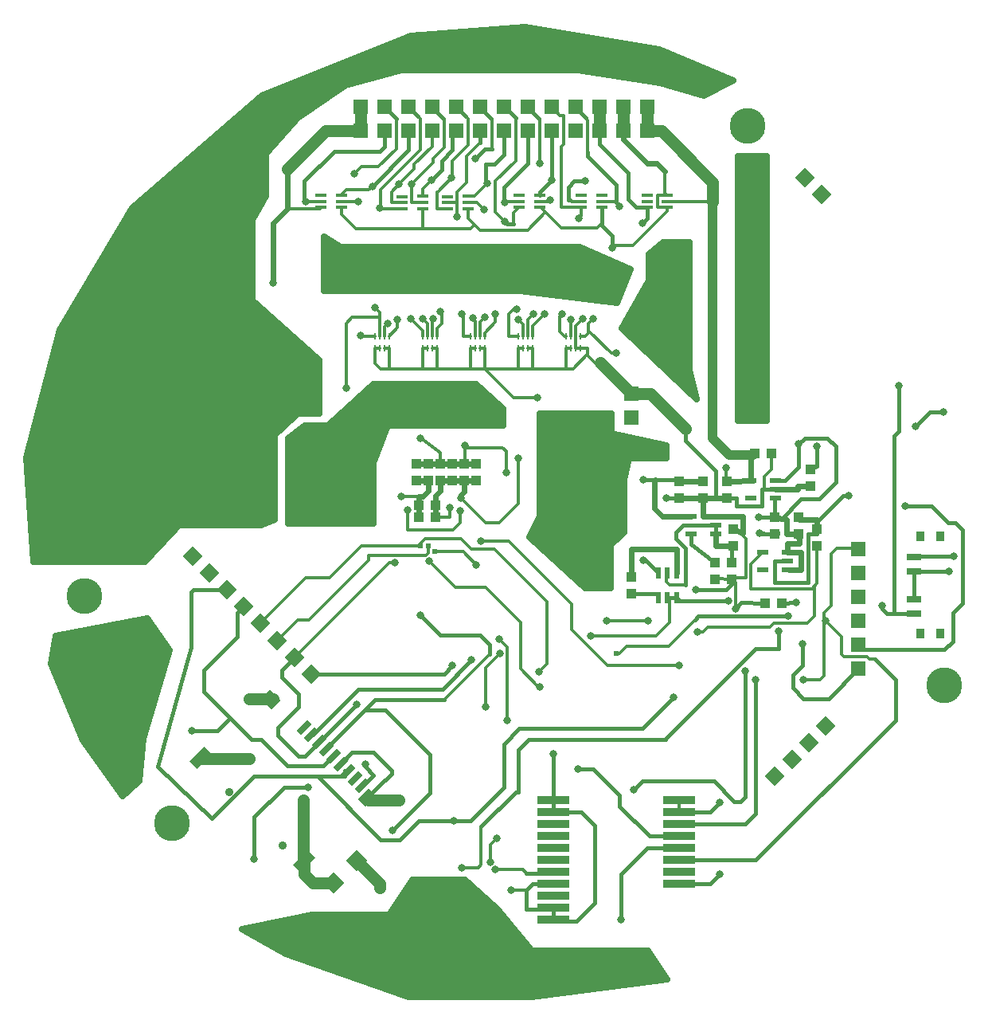
<source format=gbr>
%FSLAX35Y35*%
%MOIN*%
G04 EasyPC Gerber Version 18.0.8 Build 3632 *
%ADD124R,0.01000X0.02756*%
%ADD123R,0.02165X0.04724*%
%ADD132R,0.03200X0.03900*%
%ADD15R,0.03937X0.04291*%
%ADD19R,0.06000X0.06000*%
%ADD78C,0.01200*%
%ADD79C,0.01400*%
%ADD77C,0.01500*%
%ADD76C,0.02300*%
%ADD84C,0.02400*%
%ADD10C,0.02500*%
%ADD73C,0.03200*%
%ADD29C,0.03600*%
%ADD82C,0.04000*%
%ADD74C,0.05000*%
%ADD12C,0.15000*%
%ADD26R,0.04600X0.01800*%
%ADD122R,0.04724X0.02362*%
%ADD131R,0.05900X0.02800*%
%ADD125R,0.13200X0.03200*%
%ADD17R,0.04291X0.03937*%
%ADD18R,0.04330X0.03940*%
%AMT128*0 Rectangle Pad at angle 45*21,1,0.05500,0.06300,0,0,45*%
%ADD128T128*%
%AMT22*0 Rectangle Pad at angle 45*21,1,0.06000,0.06000,0,0,45*%
%ADD22T22*%
%AMT130*0 Rectangle Pad at angle 45*21,1,0.06300,0.06300,0,0,45*%
%ADD130T130*%
%AMT126*0 Rectangle Pad at angle 135*21,1,0.02700,0.06300,0,0,135*%
%ADD126T126*%
%AMT129*0 Rectangle Pad at angle 135*21,1,0.04700,0.06300,0,0,135*%
%ADD129T129*%
%AMT127*0 Rectangle Pad at angle 135*21,1,0.04700,0.08700,0,0,135*%
%ADD127T127*%
X0Y0D02*
D02*
D10*
X24723Y166370D02*
X63038Y173608D01*
X72148Y160254*
X61415Y123313*
X59543Y105715*
X52554Y99226*
X36080Y122439*
X22477Y154638*
X24723Y166370*
G36*
X63038Y173608*
X72148Y160254*
X61415Y123313*
X59543Y105715*
X52554Y99226*
X36080Y122439*
X22477Y154638*
X24723Y166370*
G37*
X125939Y383028D02*
X112585Y367802D01*
Y350330*
X106969Y340220*
Y306648*
X134924Y281688*
Y259098*
X125939*
X116204Y250362*
Y215043*
X110463Y212672*
X76392*
X61790Y197196*
X15238*
X12368Y241002*
X26346Y294168*
X56548Y345088*
X110837Y392139*
X173364Y417349*
X221413Y420968*
X277200Y411483*
X308401Y398504*
X295920Y392139*
X277699Y397505*
X243129Y402747*
X169120*
X146032Y396507*
X125939Y383028*
G36*
X112585Y367802*
Y350330*
X106969Y340220*
Y306648*
X134924Y281688*
Y259098*
X125939*
X116204Y250362*
Y215043*
X110463Y212672*
X76392*
X61790Y197196*
X15238*
X12368Y241002*
X26346Y294168*
X56548Y345088*
X110837Y392139*
X173364Y417349*
X221413Y420968*
X277200Y411483*
X308401Y398504*
X295920Y392139*
X277699Y397505*
X243129Y402747*
X169120*
X146032Y396507*
X125939Y383028*
G37*
X136796Y333107D02*
X144035Y328739D01*
X244002*
X265219Y319628*
X259478Y305650*
X219042Y310517*
X136796*
Y333107*
G36*
X144035Y328739*
X244002*
X265219Y319628*
X259478Y305650*
X219042Y310517*
X136796*
Y333107*
G37*
X164378Y49429D02*
X173863Y64156D01*
X195953*
X209557Y51925*
X223784Y34453*
X272582*
X280445Y22721*
X223909Y15358*
X172241*
X121071Y33080*
X102725Y43688*
X131929Y49429*
X164378*
G36*
X173863Y64156*
X195953*
X209557Y51925*
X223784Y34453*
X272582*
X280445Y22721*
X223909Y15358*
X172241*
X121071Y33080*
X102725Y43688*
X131929Y49429*
X164378*
G37*
X200446Y271454D02*
X212053Y261220D01*
Y254106*
X163754*
X157514Y238506*
Y213296*
X122070*
Y248740*
X129059Y254106*
X138544*
X157514Y271454*
X200446*
G36*
X212053Y261220*
Y254106*
X163754*
X157514Y238506*
Y213296*
X122070*
Y248740*
X129059Y254106*
X138544*
X157514Y271454*
X200446*
G37*
X257107Y259223D02*
Y250986D01*
X280195Y245869*
Y240628*
X264720*
X262723Y231642*
Y209552*
X256857Y204185*
Y186089*
X246249*
X222911Y207555*
X227279Y216166*
Y259223*
X257107*
G36*
Y250986*
X280195Y245869*
Y240628*
X264720*
X262723Y231642*
Y209552*
X256857Y204185*
Y186089*
X246249*
X222911Y207555*
X227279Y216166*
Y259223*
X257107*
G37*
X289930Y330860D02*
Y277444D01*
X293050Y265214*
X261475Y295042*
X272832Y314761*
Y325743*
X278822Y330860*
X289930*
G36*
Y277444*
X293050Y265214*
X261475Y295042*
X272832Y314761*
Y325743*
X278822Y330860*
X289930*
G37*
X322254Y366804D02*
Y256353D01*
X310148*
Y366804*
X322254*
G36*
Y256353*
X310148*
Y366804*
X322254*
G37*
D02*
D12*
X36741Y182991D03*
X73241Y87991D03*
X88741Y355991D03*
X314241Y379491D03*
X396741Y145491D03*
D02*
D15*
X175441Y231291D03*
Y238291D03*
X180441Y231291D03*
Y238291D03*
X185441Y231291D03*
Y238291D03*
X190441Y231291D03*
Y238291D03*
X195441Y231291D03*
Y238291D03*
X200441Y231291D03*
Y238291D03*
X285741Y223991D03*
Y230991D03*
X300538Y189952D03*
Y196952D03*
X305741Y223991D03*
Y230991D03*
X308151Y203991D03*
Y210991D03*
X325741Y208991D03*
Y215991D03*
X335741Y208991D03*
Y215991D03*
X340741Y228991D03*
Y235991D03*
X343241Y203991D03*
Y210991D03*
D02*
D17*
X176478Y215909D03*
Y220909D03*
X183478Y215909D03*
Y220909D03*
X317241Y242491D03*
X321741Y179991D03*
X324241Y242491D03*
X328741Y179991D03*
D02*
D18*
X265741Y183991D03*
Y190991D03*
X295741Y223991D03*
Y230991D03*
X307741Y189991D03*
Y196991D03*
D02*
D19*
X152241Y377491D03*
Y387491D03*
X162241Y377491D03*
Y387491D03*
X172241Y377491D03*
Y387491D03*
X182241Y377491D03*
Y387491D03*
X192241Y377491D03*
Y387491D03*
X202241Y377491D03*
Y387491D03*
X212241Y377491D03*
Y387491D03*
X222241Y377491D03*
Y387491D03*
X232241Y377491D03*
Y387491D03*
X242241Y377491D03*
Y387491D03*
X252241Y377491D03*
Y387491D03*
X262241Y377491D03*
Y387491D03*
X265741Y257491D03*
Y267491D03*
X272241Y377491D03*
Y387491D03*
X360741Y152491D03*
Y162491D03*
Y172491D03*
Y182491D03*
Y192491D03*
Y202491D03*
D02*
D22*
X82028Y199705D03*
X89099Y192633D03*
X96170Y185563D03*
X103241Y178491D03*
X110312Y171420D03*
X117383Y164349D03*
X124454Y157278D03*
X131526Y150207D03*
X325741Y107491D03*
X332813Y114563D03*
X338241Y357991D03*
X339883Y121633D03*
X345313Y350920D03*
X346955Y128705D03*
D02*
D26*
X135641Y345491D03*
Y347991D03*
Y350491D03*
X144241Y345491D03*
Y348050D03*
Y350609D03*
X169641Y344991D03*
Y347491D03*
Y349991D03*
X178241Y344991D03*
Y347550D03*
Y350109D03*
X188641Y344991D03*
Y347491D03*
Y349991D03*
X197241Y344991D03*
Y347550D03*
Y350109D03*
X218641Y345491D03*
Y347991D03*
Y350491D03*
X227241Y345491D03*
Y348050D03*
Y350609D03*
X244641Y345491D03*
Y347991D03*
Y350491D03*
X253241Y345491D03*
Y348050D03*
Y350609D03*
X272141Y345491D03*
Y347991D03*
Y350491D03*
X280741Y345491D03*
Y348050D03*
Y350609D03*
D02*
D29*
X97256Y100977D03*
X119530Y78703D03*
D02*
D73*
X81741Y126491D03*
X105741Y114991D03*
Y139991D03*
X107741Y72991D03*
X115741Y313991D03*
X128241Y97491D03*
X129241Y347991D03*
X130241Y102991D03*
X146241Y269991D03*
X149741Y359491D03*
X150741Y137491D03*
X151241Y347991D03*
X152241Y291922D03*
X154241Y112491D03*
X157141Y354391D03*
X158241Y303491D03*
X160241Y60991D03*
X160384Y345088D03*
X163741Y296991D03*
X165741Y84991D03*
X166741Y196991D03*
X167741Y298491D03*
X168241Y97491D03*
X168372Y355197D03*
X169370Y224653D03*
X171991Y219037D03*
X173241Y298991D03*
X173741Y355197D03*
X177241Y174991D03*
X177357Y248989D03*
X178241Y298991D03*
X180852Y197695D03*
X182100Y356944D03*
X182741Y298991D03*
X185741Y301991D03*
X189463Y219785D03*
X190337Y357818D03*
X190741Y153741D03*
X191241Y88991D03*
X192741Y341491D03*
X193831Y218662D03*
X194206Y223904D03*
X194580Y69273D03*
X194741Y300991D03*
X195828Y245991D03*
X198741Y156241D03*
X199205Y299167D03*
X200241Y365991D03*
X200741Y195991D03*
X202741Y205991D03*
X203941Y344491D03*
X204241Y299491D03*
X204741Y136491D03*
X205241Y355491D03*
X206561Y71644D03*
X208741Y68491D03*
Y300991D03*
X209241Y81491D03*
X210241Y164991D03*
X210741Y158741D03*
X212741Y339491D03*
Y347491D03*
X213176Y234491D03*
X213741Y130991D03*
X215241Y59991D03*
X217741Y302991D03*
X218241Y240491D03*
Y298491D03*
X224741Y300991D03*
X226241Y265991D03*
X227029Y151269D03*
X227241Y144991D03*
Y363991D03*
X229241Y300991D03*
X231741Y348491D03*
X232241Y356991D03*
X232941Y116991D03*
X236741Y300991D03*
X240241Y298491D03*
X243241Y110491D03*
X243741Y340991D03*
X245241Y298991D03*
X246241Y356491D03*
X248741Y166241D03*
X249741Y298991D03*
X255241Y172491D03*
X257741Y328491D03*
X259241Y284491D03*
X260726Y345961D03*
X261241Y47491D03*
X266741Y101991D03*
X270241Y338991D03*
X270741Y197991D03*
Y231491D03*
X272741Y172491D03*
X280241Y224029D03*
X283241Y140491D03*
X285741Y154066D03*
X292741Y185491D03*
X293241Y167991D03*
X302741Y66491D03*
Y96491D03*
X305241Y236509D03*
X306154Y180991D03*
X309274Y177602D03*
X313241Y151491D03*
X317741Y147991D03*
X319009Y216041D03*
X319259Y209177D03*
X327241Y168338D03*
X331241Y174491D03*
X334485Y180091D03*
X335741Y246491D03*
X337241Y162991D03*
X337741Y147767D03*
X343241Y245491D03*
X347090Y172491D03*
X356741Y224991D03*
X370741Y178991D03*
X377741Y270991D03*
X380241Y220491D03*
X384741Y253991D03*
X396241Y259991D03*
X398741Y193391D03*
X400741Y199491D03*
D02*
D74*
X105741Y114991D02*
X85306D01*
Y115189*
X105741Y139991D02*
X115741D01*
X114509Y139443*
X128439Y72056D02*
X128241D01*
Y97491*
X128439Y72056D02*
Y66521D01*
X132207Y62754*
X141004*
X152241Y377491D02*
X137741D01*
X121741Y361491*
X152241Y377491D02*
Y387491D01*
X160241Y60991D02*
Y62467D01*
X150479Y72229*
X168241Y97491D02*
X155741D01*
X154885Y98502*
X252241Y377491D02*
Y387491D01*
X262241Y377491D02*
Y387491D01*
X265741Y267491D02*
X273741D01*
X288241Y252991*
X265741Y267491D02*
X252741Y280491D01*
X272241Y377491D02*
X278241D01*
X299741Y355991*
Y348050*
X272241Y377491D02*
Y387491D01*
D02*
D76*
X115741Y313991D02*
Y338991D01*
X121741Y344991*
Y361491D02*
Y344991D01*
X175441Y231291D02*
X180441D01*
X175441Y238291D02*
X180441D01*
X176478Y220909D02*
Y224609D01*
Y220909D02*
Y215909D01*
X180441Y231291D02*
X180478D01*
Y226899*
X178187Y224609*
X176478*
X180441Y238291D02*
X185441D01*
X183478Y215909D02*
Y220909D01*
X183972*
Y221283*
X185441Y231291D02*
Y226774D01*
X183478Y224811*
Y220909*
X185441Y231291D02*
X190441D01*
X185441Y238291D02*
X190441D01*
X195441*
X194206Y223904D02*
Y225277D01*
X195454Y226525*
Y231279*
X195441Y231291*
X190441*
X195441Y238291D02*
X200441D01*
X196506Y237630D02*
X195441Y238291D01*
X200441Y231291D02*
X195441D01*
X262241Y377491D02*
Y373991D01*
X272241Y363991*
X276241*
X279741Y360491*
X265741Y190991D02*
Y202491D01*
X284481*
Y192609*
X285741Y223991D02*
X295741D01*
X285741Y230991D02*
X295741D01*
X285741D02*
Y231767D01*
X290600Y216231D02*
X278501D01*
X275241Y219491*
Y230991*
X275741Y231491*
X295741Y223991D02*
Y216231D01*
X300883*
X295741Y223991D02*
X296045D01*
Y224029*
X301045*
X295741Y230267D02*
Y230991D01*
X300883Y208751D02*
Y203991D01*
X308151*
X300883Y216231D02*
X312270D01*
Y209391*
X308151Y210991*
X301045Y224029D02*
X305741Y223991D01*
Y230991D02*
X306778D01*
X316637Y231390*
Y231231*
X315600*
Y242491*
X317241*
X325741Y215991D02*
X330741Y215041D01*
Y208991*
X335741*
X330883Y201231D02*
Y204991D01*
X335841*
X335741Y208991*
X331741Y193751D02*
X336741D01*
Y201231*
X330883*
X340741Y228991D02*
X335241D01*
Y227491*
X325883*
X343241Y210991D02*
X343341Y213991D01*
Y214991*
X335841*
X335741Y215991*
D02*
D77*
X81741Y126491D02*
X92241D01*
X97741Y131991*
X86741Y142991*
Y151991*
X100741Y165991*
Y175991*
X103241Y178491*
X107741Y72991D02*
Y90491D01*
X120241Y102991*
X130241*
X124454Y157278D02*
X123954D01*
X131526Y150207D02*
X187207D01*
X190741Y153741*
X131763Y124877D02*
X132127D01*
X151241Y143991*
X186491*
X198741Y156241*
X134241Y107491D02*
X107512D01*
X89977Y89956*
X67241Y111491*
X81241Y161491*
Y184491*
X82313Y185563*
X96170*
X134804Y121836D02*
X135086D01*
X150741Y137491*
X134804Y121836D02*
X128959Y115991D01*
X126241*
X117741Y124491*
Y127991*
X126241Y136491*
Y141991*
X119241Y148991*
Y151991*
X124454Y157204*
Y157278*
X137844Y118796D02*
Y119991D01*
X138741*
X153937Y135187*
X162546*
X181241Y116491*
Y100491*
X165741Y84991*
X137844Y118796D02*
Y119094D01*
X158241Y139491*
X187241*
X140885Y115755D02*
X140505D01*
X136741Y111991*
X121741*
X110741Y122991*
X106741*
X97741Y131991*
X143925Y112715D02*
X143965D01*
X148741Y117491*
X157741*
X165241Y109991*
Y108491*
X162741Y105991*
X162375*
X154885Y98502*
X146966Y109674D02*
X145741Y109991D01*
Y107491*
X134241*
X154241Y112491D02*
Y111491D01*
X157741Y107991*
X157445*
X153047Y103593*
X162241Y377491D02*
Y370991D01*
X160241Y368991*
X141241*
X128741Y356491*
Y348491*
X129241Y347991*
X162241Y387491D02*
X167241Y382491D01*
X172241Y377491D02*
Y369491D01*
X157141Y354391*
X172241Y387491D02*
X176241Y383491D01*
X182241Y387491D02*
X186741Y382991D01*
X191241Y88991D02*
X198241D01*
X212241Y102991*
Y120991*
X218741Y127491*
X270241*
X283241Y140491*
X191241Y88991D02*
X176741D01*
X168741Y80991*
X160741*
X134241Y107491*
X192241Y377491D02*
X190741D01*
Y369491*
X186241Y364991*
Y361085*
X182100Y356944*
X192241Y387491D02*
X196241Y383491D01*
X202241Y377491D02*
Y372491D01*
Y387491D02*
X206741Y382991D01*
X206241Y158491D02*
Y162491D01*
X202241Y166491*
X185741*
X177241Y174991*
X207241Y369991D02*
X204241D01*
X200241Y365991*
X212241Y377491D02*
Y367491D01*
X208241Y363491*
X204741*
Y355991*
X205241Y355491*
X212241Y387491D02*
X212741D01*
X217241Y382991*
X212741Y339491D02*
X213241D01*
Y338991*
X213741Y338491*
X216241*
X221741Y59991D02*
Y51991D01*
X232441*
X232941Y52491*
X221741Y66991D02*
X232441D01*
X232941Y67491*
X222241Y377491D02*
Y363991D01*
X212241Y353991*
Y347991*
X212741Y347491*
X222241Y387491D02*
X226741Y382991D01*
X227241Y350609D02*
Y351991D01*
X232241Y356991*
Y377491D02*
Y356991D01*
X232941Y52491D02*
Y47491D01*
Y62491D02*
X224241D01*
X221741Y59991*
X232941Y92491D02*
X244741D01*
X250241Y86991*
Y54491*
X242741Y46991*
X233441*
X232941Y47491*
Y97491D02*
Y116991D01*
Y97491D02*
Y92491D01*
X242241Y387491D02*
X246741Y382991D01*
X246241Y356491D02*
X241741D01*
X239241Y353991*
Y348491*
X247241Y368491D02*
Y366991D01*
X259241Y354991*
Y347446*
X260726Y345961*
X252241Y377491D02*
Y371991D01*
X264241Y359991*
Y348991*
X267741Y345491*
X272141*
X253241Y340491D02*
Y337991D01*
X257741Y333491*
Y328491*
X253241Y345491D02*
Y340491D01*
X261241Y47491D02*
Y66491D01*
X272241Y77491*
X285741*
X265741Y183991D02*
X277001D01*
Y182373*
X270741Y197991D02*
X271619D01*
X277001Y192609*
X270741Y231491D02*
X275741D01*
X272141Y345491D02*
Y340891D01*
X270241Y338991*
X275741Y231491D02*
X283641D01*
X285741Y230991*
X280741Y182373D02*
X284481D01*
X285741Y72491D02*
X317741D01*
X376241Y130991*
Y147991*
X367741Y156491*
X285741Y82491D02*
X273241D01*
X260741Y94991*
Y99491*
X249741Y110491*
X243241*
X285741Y92491D02*
X298741D01*
X302741Y96491*
X285741Y223991D02*
Y223405D01*
X290928*
X286084Y223919*
X285974Y224029*
X280241*
X288241Y252991D02*
Y247991D01*
X301045Y235187*
Y224029*
X290600Y208751D02*
Y204533D01*
X300538Y196952*
X300883Y208751D02*
Y212491D01*
X287241*
X284241Y209491*
Y207003*
X288058Y203187*
Y203175*
X288241Y202991*
Y187491*
X302741Y66491D02*
X298741Y62491D01*
X285741*
X306154Y180991D02*
X285863D01*
X284481Y182373*
X307741Y189991D02*
Y187991D01*
X305241Y185491*
X292741*
X308151Y203991D02*
X308345D01*
Y203655*
X307741Y203051*
Y196991*
X313241Y151491D02*
Y98991D01*
X311241Y96991*
X308741*
X300241Y105491*
X270241*
X266741Y101991*
X317741Y147991D02*
Y91991D01*
X313241Y87491*
X285741*
X320241Y227491D02*
Y220491D01*
X309741*
Y223991*
X305741*
X321241Y227491D02*
X320241D01*
X321741Y179991D02*
X311767Y180091D01*
X311764*
X309274Y177602*
X325741Y208991D02*
Y209552D01*
X326996*
Y209052*
X320257*
X320946Y209378*
X320745Y209177*
X319259*
X325741Y215991D02*
X319009Y216041D01*
X325741Y215991D02*
Y223609D01*
X325883Y223751*
X325741Y215991D02*
X328120Y215041D01*
X336570Y223491*
X344241*
X351241Y230491*
Y245491*
X347741Y248991*
X338241*
X335741Y246491*
X325883Y227491D02*
X320241D01*
X325883D02*
X321241D01*
X325883Y231231D02*
X329981D01*
X335741Y236991*
Y246491*
X327241Y168338D02*
Y160991D01*
X317741*
X279895Y123145*
Y122991*
X222741*
X218241Y118491*
Y100991*
X217241*
X202741Y86491*
X328741Y179991D02*
X334485Y180091D01*
X330883Y193751D02*
X331741D01*
X330883Y197491D02*
X325741D01*
Y188491*
X339741*
Y208991*
X343341*
X343241Y210991*
X331241Y174491D02*
X293741D01*
X292241Y172991*
X337241Y162991D02*
Y153991D01*
X333241Y149991*
Y144491*
X337741Y139991*
X348241*
X360741Y152491*
X343241Y245491D02*
Y237091D01*
X340741Y235991*
X356741Y224991D02*
X354341D01*
X343341Y213991*
X370741Y178991D02*
Y177491D01*
X372741Y175491*
X375741*
X383641*
X383841Y175691*
X377741Y270991D02*
Y251991D01*
X375741Y249991*
Y175491*
X380241Y220491D02*
X391241D01*
X398241Y213491*
X401241*
X404241Y210491*
Y179991*
X400241Y175991*
Y163991*
X396741Y160491*
X362741*
X360741Y162491*
X383841Y193391D02*
X398741D01*
X383841D02*
Y181591D01*
X396241Y259991D02*
X390741D01*
X384741Y253991*
X400741Y199491D02*
X384541D01*
X384341Y199291*
X383841*
D02*
D78*
X146241Y269991D02*
Y296991D01*
X148741Y299491*
X160304*
X158336Y286491D02*
Y280397D01*
X160741Y277991*
X164241*
X160304Y286491D02*
X158336D01*
X160304Y291609D02*
Y299491D01*
Y301428*
X158241Y303491*
X162273Y291609D02*
Y295523D01*
X163741Y296991*
X164241Y277991D02*
X178336D01*
X164241Y286491D02*
X162273D01*
X164241D02*
Y277991D01*
X166741Y196991D02*
X164167D01*
X124454Y157278*
X167241Y382491D02*
Y369991D01*
X159741Y362491*
X152741*
X149741Y359491*
X167741Y298491D02*
Y295109D01*
X164241Y291609*
X169370Y224653D02*
X174362D01*
Y224609*
X176478*
X169641Y347491D02*
X165241D01*
Y352067*
X168372Y355197*
X176241Y383491D02*
X177241Y382491D01*
Y369491*
X160741Y352991*
Y345445*
X160384Y345088*
X176478Y224609D02*
X177357D01*
X177241Y203991D02*
X152741D01*
X139241Y190491*
X129383*
X110312Y171420*
X177357Y248989D02*
X177641D01*
X185441Y242789*
Y238291*
X178241Y347550D02*
X173741D01*
Y355197*
X178336Y277991D02*
X184241D01*
X178336Y286491D02*
Y277991D01*
Y291609D02*
Y293897D01*
X173241Y298991*
X180304Y286491D02*
X178336D01*
X180304Y291609D02*
Y296928D01*
X178241Y298991*
X180741Y203991D02*
Y200991D01*
X179741Y199991*
X155741*
Y197991*
X130741Y172991*
X126026*
X117383Y164349*
X182273Y291609D02*
Y298523D01*
X182741Y298991*
X183478Y215909D02*
X189463D01*
Y219785*
X184241Y277991D02*
X198336D01*
X184241Y286491D02*
X182273D01*
X184241D02*
Y277991D01*
Y291609D02*
Y294991D01*
X186241Y296991*
Y301491*
X185741Y301991*
X186741Y382991D02*
X187241Y382491D01*
Y370491*
X182741Y365991*
Y364197*
X173741Y355197*
X188641Y344991D02*
X184241D01*
Y351991*
X184511*
X190337Y357818*
X192741Y341491D02*
Y347491D01*
X188641*
X193831Y218662D02*
Y213728D01*
X190778Y210675*
X171804*
X171991Y210862*
Y219037*
X195828Y245991D02*
Y238307D01*
X196506Y237630*
X196241Y383491D02*
X197241Y382491D01*
Y371491*
X190741Y364991*
Y358222*
X190337Y357818*
X198336Y277991D02*
X204241D01*
X198336Y286491D02*
Y277991D01*
Y291609D02*
X195241D01*
Y300491*
X194741Y300991*
X200304Y286491D02*
X198336D01*
X200304Y291609D02*
Y298068D01*
X199205Y299167*
X200741Y195991D02*
X195241Y201491D01*
X183241*
X202241Y372491D02*
X196741Y366991D01*
Y355991*
X192741Y351991*
Y347491*
X202273Y291609D02*
Y297523D01*
X204241Y299491*
X202741Y86491D02*
Y70491D01*
X201523Y69273*
X194580*
X204241Y277991D02*
X218336D01*
X204241Y286491D02*
X202273D01*
X204241D02*
Y277991D01*
Y291609D02*
Y292991D01*
X208741Y297491*
Y300991*
X204741Y136491D02*
Y152741D01*
X210741Y158741*
X206561Y71644D02*
Y78811D01*
X209241Y81491*
X206741Y382991D02*
X207241Y382491D01*
Y369991*
X208741Y68491D02*
X220241D01*
X221741Y66991*
X213176Y234491D02*
Y243557D01*
X211741Y244991*
X196828*
X195828Y245991*
X213741Y130991D02*
Y161491D01*
X210241Y164991*
X215241Y59991D02*
X221741D01*
X217241Y382991D02*
Y369491D01*
X218241Y240491D02*
Y221491D01*
X210359Y213609*
X204501*
X194206Y223904*
X218336Y277991D02*
X224241D01*
X218336Y286491D02*
Y277991D01*
Y291609D02*
X214241D01*
Y300991*
X216241Y302991*
X217741*
X220304Y286491D02*
X218336D01*
X220304Y291609D02*
Y296428D01*
X218241Y298491*
X222273Y291609D02*
Y298523D01*
X224741Y300991*
X224241Y277991D02*
X238336D01*
X224241Y286491D02*
X222273D01*
X224241D02*
Y277991D01*
Y291609D02*
Y295991D01*
X229241Y300991*
X226241Y265991D02*
X216241D01*
X204241Y277991*
X227241Y144991D02*
X226741D01*
X219241Y152491*
Y171991*
X204741Y186491*
X192056*
X180852Y197695*
X238336Y277991D02*
X241241D01*
X246991Y283741*
X238336Y286491D02*
Y277991D01*
Y291609D02*
X237623D01*
X235741Y293491*
Y299991*
X236741Y300991*
X240304Y286491D02*
X238336D01*
X240304Y291609D02*
Y298428D01*
X240241Y298491*
X242273Y291609D02*
Y296023D01*
X245241Y298991*
X242273Y291609D02*
Y286491D01*
X244241D02*
X242273D01*
X244241Y291609D02*
X246359D01*
X247741Y292991*
Y293991*
X246741Y382991D02*
Y382491D01*
X247241Y381991*
Y368491*
X246991Y283741D02*
X247241Y283991D01*
Y286491*
X244241*
X247741Y293991D02*
Y296991D01*
X249741Y298991*
X248741Y166241D02*
X275991D01*
X281741Y171991*
Y181373*
X280741Y182373*
X255241Y172491D02*
X272741D01*
X259241Y284491D02*
X257241D01*
X247741Y293991*
X263741Y161991D02*
X260491Y158741D01*
X259241*
X280741Y345491D02*
X276741D01*
Y350491*
X280623*
X280741Y350609*
X288241Y187491D02*
X281741D01*
X280241Y188991*
Y192109*
X280741Y192609*
X293241Y167991D02*
X295741D01*
X297741Y169991*
X323741*
X325241Y171491*
X339241*
X342241Y174491*
Y186991*
X305241Y236509D02*
Y229891D01*
X305741Y230991*
X308151Y210991D02*
X311341Y209391D01*
X313741Y206991*
Y190491*
X308241*
X307741Y189991*
X309274Y177602D02*
Y188458D01*
X307741Y189991*
X337741Y147767D02*
X344517D01*
X346241Y149491*
Y175991*
X349241Y178991*
Y200491*
X351741Y202991*
X360241*
X360741Y202491*
X367741Y156491D02*
X365241D01*
X364241Y157491*
X354741*
X353741Y158491*
Y165840*
X347090Y172491*
D02*
D79*
X121741Y344991D02*
X135141D01*
X135641Y345491*
Y347991D02*
X129241D01*
X144241Y345491D02*
Y342491D01*
X150241Y336491*
X178241*
X144241Y348050D02*
X151182D01*
X151241Y347991*
X144241Y350609D02*
Y350991D01*
X146241Y352991*
X155741*
X157141Y354391*
X158336Y291609D02*
X152241D01*
Y291922*
X169641Y344991D02*
X160481D01*
X160384Y345088*
X177241Y203991D02*
Y204991D01*
X179241Y206991*
X194241*
X198741Y202491*
X208241*
X230241Y180491*
Y154481*
X227029Y151269*
X178241Y336491D02*
X198241D01*
X199991Y338241*
X178241Y344991D02*
Y336491D01*
Y350109D02*
Y353085D01*
X182100Y356944*
X182241Y377491D02*
Y370991D01*
X174741Y363491*
Y361567*
X168372Y355197*
X187241Y139491D02*
X206241Y158491D01*
X197241Y344991D02*
Y340991D01*
X199991Y338241*
X197241Y347550D02*
X200882D01*
X203941Y344491*
X197241Y350109D02*
X199859D01*
X205241Y355491*
X199991Y338241D02*
X202241Y335991D01*
X222241*
X229741Y343491*
X213741Y338491D02*
X216241D01*
Y343091*
X218641Y345491*
X217241Y369491D02*
Y364991D01*
X208741Y356491*
Y343491*
X213741Y338491*
X218641Y347991D02*
X213241D01*
X212741Y347491*
X226741Y382991D02*
X227241Y382491D01*
Y363991*
Y345491D02*
X227741D01*
X229741Y343491*
X227241Y348050D02*
X231300D01*
X231741Y348491*
X229741Y343491D02*
X236241Y336991D01*
X251241*
X253241Y338991*
Y340491*
X239241Y348491D02*
X240241D01*
X240741Y347991*
X244641*
Y345491D02*
X236241D01*
Y370991*
X237241Y371991*
Y383991*
X235741*
X232241Y387491*
X244641Y345491D02*
Y341891D01*
X243741Y340991*
X252741Y280491D02*
X250241D01*
X246991Y283741*
X253241Y348050D02*
X258637D01*
X260726Y345961*
X279741Y360491D02*
Y351609D01*
X280741Y350609*
Y345491D02*
Y343991D01*
X266241Y329491*
X258741*
X257741Y328491*
X280741Y348050D02*
X299741D01*
X285741Y97491D02*
Y92491D01*
Y154066D02*
X255667D01*
X240741Y168991*
Y179491*
X214241Y205991*
X202741*
X292241Y172991D02*
X281241Y161991D01*
X263741*
X300538Y189952D02*
X300663D01*
Y189458*
X300913*
Y190082*
X307516Y189848*
X307659Y189991*
X307741*
X324241Y242491D02*
Y235991D01*
X321241Y232991*
Y227491*
X343241Y203991D02*
X343341Y188091D01*
X341241Y185991*
X315741*
Y196373*
X320600Y201231*
D02*
D82*
X299741Y348050D02*
Y248991D01*
X306741Y241991*
X316741*
X317241Y242491*
D02*
D84*
X177241Y203991D03*
X180741D03*
X183241Y201491D03*
X259241Y158741D03*
D02*
D122*
X290600Y208751D03*
Y216231D03*
X300883Y208751D03*
Y212491D03*
Y216231D03*
X315600Y223751D03*
Y231231D03*
X320600Y193751D03*
Y201231D03*
X325883Y223751D03*
Y227491D03*
Y231231D03*
X330883Y193751D03*
Y197491D03*
Y201231D03*
D02*
D123*
X277001Y182373D03*
Y192609D03*
X280741Y182373D03*
Y192609D03*
X284481Y182373D03*
Y192609D03*
D02*
D124*
X158336Y286491D03*
Y291609D03*
X160304Y286491D03*
Y291609D03*
X162273Y286491D03*
Y291609D03*
X164241Y286491D03*
Y291609D03*
X178336Y286491D03*
Y291609D03*
X180304Y286491D03*
Y291609D03*
X182273Y286491D03*
Y291609D03*
X184241Y286491D03*
Y291609D03*
X198336Y286491D03*
Y291609D03*
X200304Y286491D03*
Y291609D03*
X202273Y286491D03*
Y291609D03*
X204241Y286491D03*
Y291609D03*
X218336Y286491D03*
Y291609D03*
X220304Y286491D03*
Y291609D03*
X222273Y286491D03*
Y291609D03*
X224241Y286491D03*
Y291609D03*
X238336Y286491D03*
Y291609D03*
X240304Y286491D03*
Y291609D03*
X242273Y286491D03*
Y291609D03*
X244241Y286491D03*
Y291609D03*
D02*
D125*
X232941Y47491D03*
Y52491D03*
Y57491D03*
Y62491D03*
Y67491D03*
Y72491D03*
Y77491D03*
Y82491D03*
Y87491D03*
Y92491D03*
Y97491D03*
X285741Y62491D03*
Y67491D03*
Y72491D03*
Y77491D03*
Y82491D03*
Y87491D03*
Y92491D03*
Y97491D03*
D02*
D126*
X128722Y127917D03*
X131763Y124877D03*
X134804Y121836D03*
X137844Y118796D03*
X140885Y115755D03*
X143925Y112715D03*
X146966Y109674D03*
X150006Y106633D03*
X153047Y103593D03*
D02*
D127*
X85306Y115189D03*
X128439Y72056D03*
D02*
D128*
X114509Y139443D03*
D02*
D129*
X154885Y98502D03*
D02*
D130*
X141004Y62754D03*
X150479Y72229D03*
D02*
D131*
X383841Y175691D03*
Y181591D03*
Y193391D03*
Y199291D03*
D02*
D132*
X386541Y167191D03*
Y207791D03*
X394941Y167191D03*
Y207791D03*
X0Y0D02*
M02*

</source>
